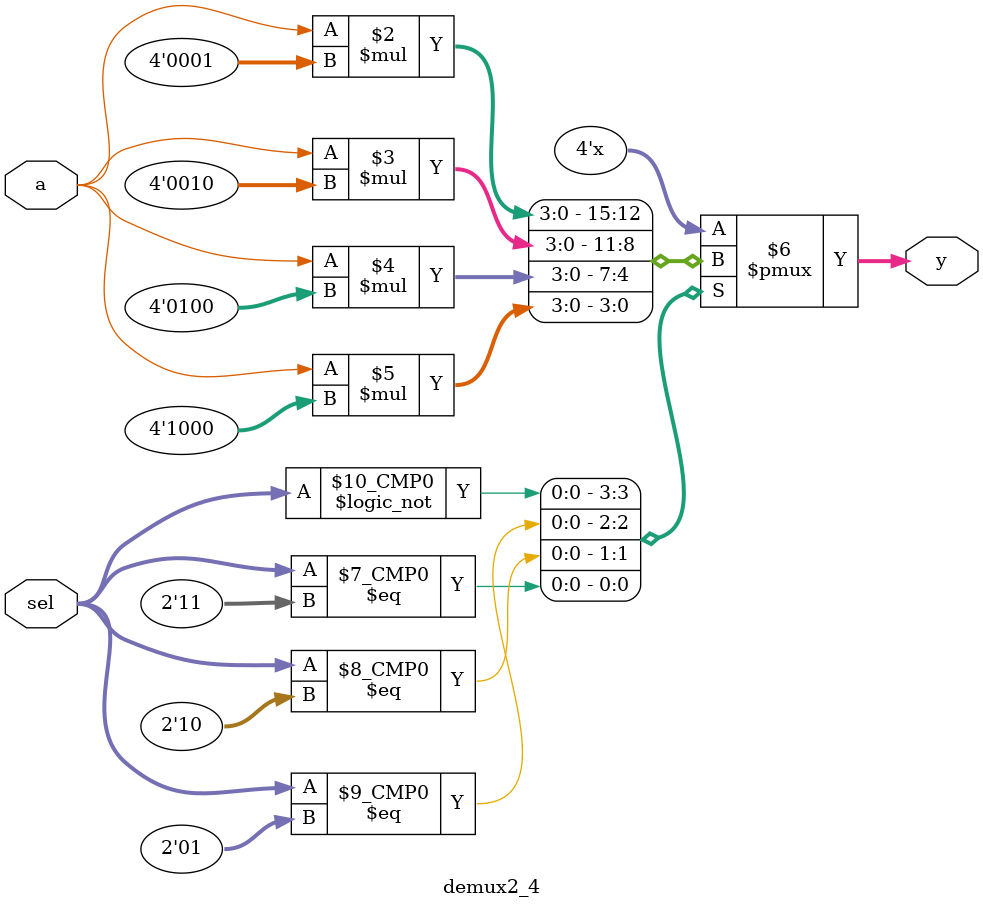
<source format=v>
`timescale 1ns / 1ps
module demux2_4(
    input a,
    output reg [3:0] y,
    input [1:0] sel
    );
	 
	 always @(*)
		begin
		  case(sel)
			0: y = a * 4'b0001;
			1: y = a * 4'b0010;
			2: y = a * 4'b0100;
			3: y = a * 4'b1000;
		  endcase
	 end

endmodule

</source>
